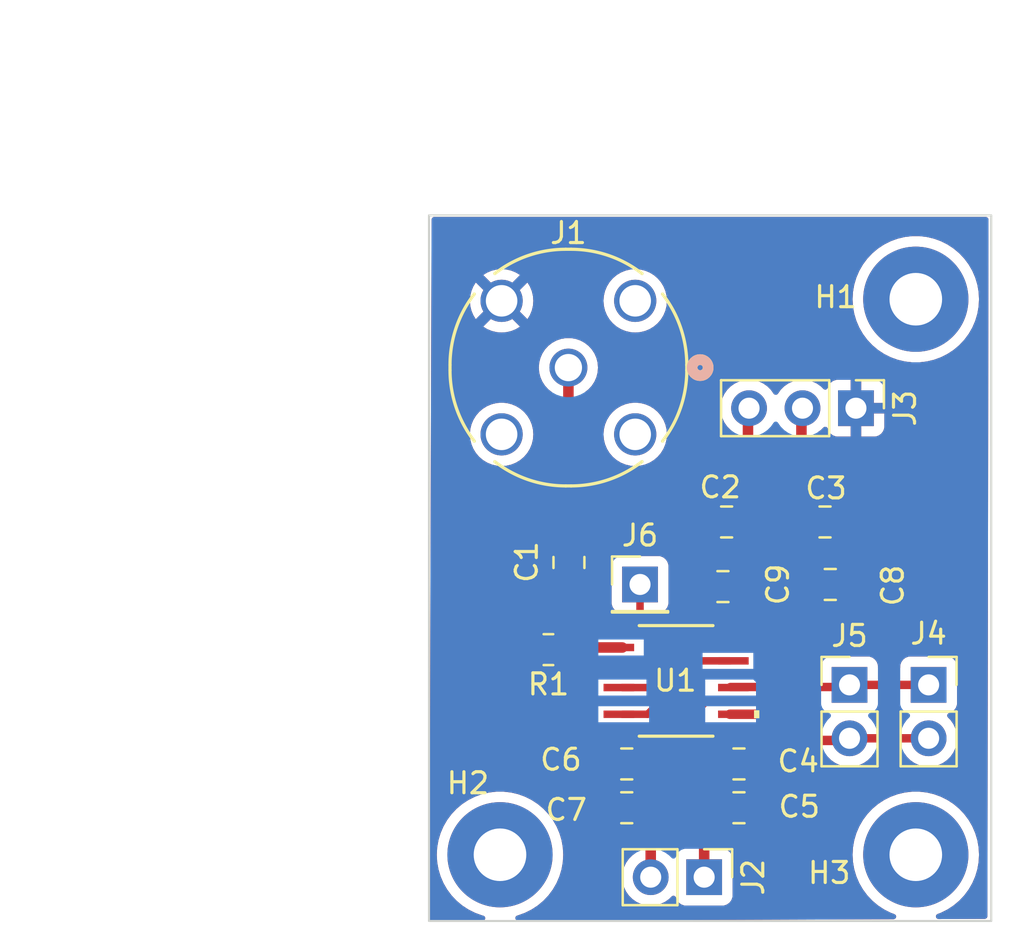
<source format=kicad_pcb>
(kicad_pcb (version 20240108) (generator "pcbnew") (generator_version "8.0")
  (layers (0 "F.Cu" signal) (31 "B.Cu" signal) (34 "B.Paste" user) (35 "F.Paste" user) (36 "B.SilkS" user "B.Silkscreen") (37 "F.SilkS" user "F.Silkscreen") (38 "B.Mask" user) (39 "F.Mask" user) (44 "Edge.Cuts" user))
  (net 0 "")
  (net 1 "Net-(J1-In)")
  (net 2 "Net-(U1-INA+)")
  (net 3 "GND")
  (net 4 "+5V")
  (net 5 "-5V")
  (net 11 "/coil start")
  (net 12 "/coil end")
  (net 13 "Net-(J6-Pin_1)")
  (footprint "MountingHole:MountingHole_2.5mm_Pad" (layer "F.Cu") (at 179.6796 100.0252)
    (property "Reference" "H3" (at -4.1148 0.8636 0) (layer "F.SilkS"))
    (property "Value" "MountingHole")
    (pad "1" thru_hole circle (at 0 0) (size 5 5) (drill 2.5) (layers "*.Cu" "*.Mask"))
  )
  (footprint "Capacitor_SMD:C_0805_2012Metric_Pad1.18x1.45mm_HandSolder" (layer "F.Cu") (at 171.2761 97.79)
    (property "Reference" "C5" (at 2.8663 -0.0508 0) (layer "F.SilkS"))
    (property "Value" "6.8 uF")
    (fp_line (start -0.261252 -0.735) (end 0.261252 -0.735) (stroke (width 0.12)) (layer "F.SilkS"))
    (fp_line (start -0.261252 0.735) (end 0.261252 0.735) (stroke (width 0.12)) (layer "F.SilkS"))
    (pad "1" smd roundrect (at -1.0375 0) (size 1.175 1.45) (layers "F.Cu" "F.Paste" "F.Mask") (roundrect_rratio 0.212766) (net 5 "-5V"))
    (pad "2" smd roundrect (at 1.0375 0) (size 1.175 1.45) (layers "F.Cu" "F.Paste" "F.Mask") (roundrect_rratio 0.212766) (net 3 "GND"))
  )
  (footprint "Capacitor_SMD:C_0805_2012Metric_Pad1.18x1.45mm_HandSolder" (layer "F.Cu") (at 165.9421 95.7072)
    (property "Reference" "C6" (at -3.1281 -0.2032 0) (layer "F.SilkS"))
    (property "Value" "0.1uF")
    (fp_line (start -0.261252 -0.735) (end 0.261252 -0.735) (stroke (width 0.12)) (layer "F.SilkS"))
    (fp_line (start -0.261252 0.735) (end 0.261252 0.735) (stroke (width 0.12)) (layer "F.SilkS"))
    (pad "1" smd roundrect (at -1.0375 0) (size 1.175 1.45) (layers "F.Cu" "F.Paste" "F.Mask") (roundrect_rratio 0.212766) (net 3 "GND"))
    (pad "2" smd roundrect (at 1.0375 0) (size 1.175 1.45) (layers "F.Cu" "F.Paste" "F.Mask") (roundrect_rratio 0.212766) (net 4 "+5V"))
  )
  (footprint "Capacitor_SMD:C_0805_2012Metric_Pad1.18x1.45mm_HandSolder" (layer "F.Cu") (at 163.195 86.1275 -90)
    (property "Reference" "C1" (at -0.0215 2.0066 90) (layer "F.SilkS"))
    (property "Value" "4 nF")
    (fp_line (start -0.261252 0.735) (end 0.261252 0.735) (stroke (width 0.12)) (layer "F.SilkS"))
    (fp_line (start -0.261252 -0.735) (end 0.261252 -0.735) (stroke (width 0.12)) (layer "F.SilkS"))
    (pad "1" smd roundrect (at -1.0375 0 270) (size 1.175 1.45) (layers "F.Cu" "F.Paste" "F.Mask") (roundrect_rratio 0.212766) (net 1 "Net-(J1-In)"))
    (pad "2" smd roundrect (at 1.0375 0 270) (size 1.175 1.45) (layers "F.Cu" "F.Paste" "F.Mask") (roundrect_rratio 0.212766) (net 2 "Net-(U1-INA+)"))
  )
  (footprint "Connector_PinHeader_2.54mm:PinHeader_1x03_P2.54mm_Vertical" (layer "F.Cu") (at 176.8348 78.7908 -90)
    (property "Reference" "J3" (at 0 -2.33 90) (layer "F.SilkS"))
    (property "Value" "Conn_01x03")
    (fp_line (start -1.33 6.41) (end 1.33 6.41) (stroke (width 0.12)) (layer "F.SilkS"))
    (fp_line (start -1.33 1.27) (end -1.33 6.41) (stroke (width 0.12)) (layer "F.SilkS"))
    (fp_line (start -1.33 1.27) (end 1.33 1.27) (stroke (width 0.12)) (layer "F.SilkS"))
    (fp_line (start 1.33 1.27) (end 1.33 6.41) (stroke (width 0.12)) (layer "F.SilkS"))
    (fp_line (start -1.33 0) (end -1.33 -1.33) (stroke (width 0.12)) (layer "F.SilkS"))
    (fp_line (start -1.33 -1.33) (end 0 -1.33) (stroke (width 0.12)) (layer "F.SilkS"))
    (pad "1" thru_hole rect (at 0 0 270) (size 1.7 1.7) (drill 1) (layers "*.Cu" "*.Mask") (net 3 "GND"))
    (pad "2" thru_hole oval (at 0 2.54 270) (size 1.7 1.7) (drill 1) (layers "*.Cu" "*.Mask") (net 5 "-5V"))
    (pad "3" thru_hole oval (at 0 5.08 270) (size 1.7 1.7) (drill 1) (layers "*.Cu" "*.Mask") (net 4 "+5V"))
  )
  (footprint "Connector_PinHeader_2.54mm:PinHeader_1x02_P2.54mm_Vertical" (layer "F.Cu") (at 176.53 91.948)
    (property "Reference" "J5" (at 0 -2.33 0) (layer "F.SilkS"))
    (property "Value" "Conn_01x02")
    (fp_line (start -1.33 -1.33) (end 0 -1.33) (stroke (width 0.12)) (layer "F.SilkS"))
    (fp_line (start -1.33 0) (end -1.33 -1.33) (stroke (width 0.12)) (layer "F.SilkS"))
    (fp_line (start -1.33 1.27) (end -1.33 3.87) (stroke (width 0.12)) (layer "F.SilkS"))
    (fp_line (start -1.33 1.27) (end 1.33 1.27) (stroke (width 0.12)) (layer "F.SilkS"))
    (fp_line (start -1.33 3.87) (end 1.33 3.87) (stroke (width 0.12)) (layer "F.SilkS"))
    (fp_line (start 1.33 1.27) (end 1.33 3.87) (stroke (width 0.12)) (layer "F.SilkS"))
    (pad "1" thru_hole rect (at 0 0) (size 1.7 1.7) (drill 1) (layers "*.Cu" "*.Mask") (net 11 "/coil start"))
    (pad "2" thru_hole oval (at 0 2.54) (size 1.7 1.7) (drill 1) (layers "*.Cu" "*.Mask") (net 12 "/coil end"))
  )
  (footprint "Connector_PinHeader_2.54mm:PinHeader_1x02_P2.54mm_Vertical" (layer "F.Cu") (at 169.6212 101.092 -90)
    (property "Reference" "J2" (at 0 -2.33 90) (layer "F.SilkS"))
    (property "Value" "Conn_01x02")
    (fp_line (start -1.33 3.87) (end 1.33 3.87) (stroke (width 0.12)) (layer "F.SilkS"))
    (fp_line (start -1.33 1.27) (end -1.33 3.87) (stroke (width 0.12)) (layer "F.SilkS"))
    (fp_line (start -1.33 1.27) (end 1.33 1.27) (stroke (width 0.12)) (layer "F.SilkS"))
    (fp_line (start 1.33 1.27) (end 1.33 3.87) (stroke (width 0.12)) (layer "F.SilkS"))
    (fp_line (start -1.33 0) (end -1.33 -1.33) (stroke (width 0.12)) (layer "F.SilkS"))
    (fp_line (start -1.33 -1.33) (end 0 -1.33) (stroke (width 0.12)) (layer "F.SilkS"))
    (pad "1" thru_hole rect (at 0 0 270) (size 1.7 1.7) (drill 1) (layers "*.Cu" "*.Mask") (net 5 "-5V"))
    (pad "2" thru_hole oval (at 0 2.54 270) (size 1.7 1.7) (drill 1) (layers "*.Cu" "*.Mask") (net 4 "+5V"))
  )
  (footprint "Capacitor_SMD:C_0805_2012Metric_Pad1.18x1.45mm_HandSolder" (layer "F.Cu") (at 165.9421 97.79 180)
    (property "Reference" "C7" (at 2.8741 -0.1016 0) (layer "F.SilkS"))
    (property "Value" "6.8 uF")
    (fp_line (start -0.261252 0.735) (end 0.261252 0.735) (stroke (width 0.12)) (layer "F.SilkS"))
    (fp_line (start -0.261252 -0.735) (end 0.261252 -0.735) (stroke (width 0.12)) (layer "F.SilkS"))
    (pad "1" smd roundrect (at -1.0375 0 180) (size 1.175 1.45) (layers "F.Cu" "F.Paste" "F.Mask") (roundrect_rratio 0.212766) (net 4 "+5V"))
    (pad "2" smd roundrect (at 1.0375 0 180) (size 1.175 1.45) (layers "F.Cu" "F.Paste" "F.Mask") (roundrect_rratio 0.212766) (net 3 "GND"))
  )
  (footprint "Opa3962:DBQ16" (layer "F.Cu") (at 168.2877 91.7575)
    (property "Reference" "U1" (at -0.0381 -0.0127 0) (layer "F.SilkS"))
    (property "Value" "OPA3692IDBQT")
    (fp_line (start -1.752497 2.6289) (end 1.752497 2.6289) (stroke (width 0.1524)) (layer "F.SilkS"))
    (fp_line (start 1.752497 -2.6289) (end -1.752497 -2.6289) (stroke (width 0.1524)) (layer "F.SilkS"))
    (fp_poly (pts (xy 3.956799 1.397) (xy 3.956799 1.778) (xy 3.702799 1.778) (xy 3.702799 1.397)) (fill solid) (layer "F.SilkS"))
    (pad "1" smd rect (at -2.721348 -2.2225) (size 1.454899 0.3548) (layers "F.Cu" "F.Paste" "F.Mask"))
    (pad "2" smd rect (at -2.721348 -1.5875) (size 1.454899 0.3548) (layers "F.Cu" "F.Paste" "F.Mask") (net 2 "Net-(U1-INA+)"))
    (pad "3" smd rect (at -2.721348 -0.9525) (size 1.454899 0.3548) (layers "F.Cu" "F.Paste" "F.Mask"))
    (pad "4" smd rect (at -2.721348 -0.3175) (size 1.454899 0.3548) (layers "F.Cu" "F.Paste" "F.Mask"))
    (pad "5" smd rect (at -2.721348 0.3175) (size 1.454899 0.3548) (layers "F.Cu" "F.Paste" "F.Mask") (net 13 "Net-(J6-Pin_1)"))
    (pad "6" smd rect (at -2.721348 0.9525) (size 1.454899 0.3548) (layers "F.Cu" "F.Paste" "F.Mask"))
    (pad "7" smd rect (at -2.721348 1.5875) (size 1.454899 0.3548) (layers "F.Cu" "F.Paste" "F.Mask") (net 13 "Net-(J6-Pin_1)"))
    (pad "8" smd rect (at -2.721348 2.2225) (size 1.454899 0.3548) (layers "F.Cu" "F.Paste" "F.Mask") (net 3 "GND"))
    (pad "9" smd rect (at 2.721348 2.2225) (size 1.454899 0.3548) (layers "F.Cu" "F.Paste" "F.Mask") (net 5 "-5V"))
    (pad "10" smd rect (at 2.721348 1.5875) (size 1.454899 0.3548) (layers "F.Cu" "F.Paste" "F.Mask") (net 12 "/coil end"))
    (pad "11" smd rect (at 2.721348 0.9525) (size 1.454899 0.3548) (layers "F.Cu" "F.Paste" "F.Mask") (net 4 "+5V"))
    (pad "12" smd rect (at 2.721348 0.3175) (size 1.454899 0.3548) (layers "F.Cu" "F.Paste" "F.Mask") (net 11 "/coil start"))
    (pad "13" smd rect (at 2.721348 -0.3175) (size 1.454899 0.3548) (layers "F.Cu" "F.Paste" "F.Mask") (net 5 "-5V"))
    (pad "14" smd rect (at 2.721348 -0.9525) (size 1.454899 0.3548) (layers "F.Cu" "F.Paste" "F.Mask") (net 13 "Net-(J6-Pin_1)"))
    (pad "15" smd rect (at 2.721348 -1.5875) (size 1.454899 0.3548) (layers "F.Cu" "F.Paste" "F.Mask") (net 4 "+5V"))
    (pad "16" smd rect (at 2.721348 -2.2225) (size 1.454899 0.3548) (layers "F.Cu" "F.Paste" "F.Mask"))
  )
  (footprint "Amphenol 112404:CONN_112404_AMP" (layer "F.Cu") (at 163.1696 76.8604)
    (property "Reference" "J1" (at 0 -6.4008 0) (layer "F.SilkS"))
    (property "Value" "Conn_Coaxial")
    (fp_circle (center 6.2611 0) (end 6.6421 0) (stroke (width 0.508)) (fill none) (layer "B.SilkS"))
    (fp_line (start -5.6261 -0.127) (end -5.6261 0.127) (stroke (width 0.1524)) (layer "F.SilkS"))
    (fp_line (start -0.127 5.6261) (end 0.127 5.6261) (stroke (width 0.1524)) (layer "F.SilkS"))
    (fp_line (start 0.127 -5.6261) (end -0.127 -5.6261) (stroke (width 0.1524)) (layer "F.SilkS"))
    (fp_line (start 5.6261 0.127) (end 5.6261 -0.127) (stroke (width 0.1524)) (layer "F.SilkS"))
    (fp_arc (start -5.6261 -0.126996) (mid -5.329389 -1.908925) (end -4.47127 -3.49856) (stroke (width 0.1524)) (layer "F.SilkS"))
    (fp_arc (start -4.471268 3.498563) (mid -5.329387 1.908928) (end -5.6261 0.127) (stroke (width 0.1524)) (layer "F.SilkS"))
    (fp_arc (start -3.498563 -4.471268) (mid -1.908928 -5.329387) (end -0.127 -5.6261) (stroke (width 0.1524)) (layer "F.SilkS"))
    (fp_arc (start -0.126996 5.6261) (mid -1.908925 5.329389) (end -3.49856 4.47127) (stroke (width 0.1524)) (layer "F.SilkS"))
    (fp_arc (start 0.127 -5.6261) (mid 1.908928 -5.329387) (end 3.498563 -4.471268) (stroke (width 0.1524)) (layer "F.SilkS"))
    (fp_arc (start 3.498563 4.471268) (mid 1.908928 5.329387) (end 0.127 5.6261) (stroke (width 0.1524)) (layer "F.SilkS"))
    (fp_arc (start 4.471268 -3.498563) (mid 5.329387 -1.908928) (end 5.6261 -0.127) (stroke (width 0.1524)) (layer "F.SilkS"))
    (fp_arc (start 5.6261 0.127) (mid 5.329388 1.908926) (end 4.471271 3.498559) (stroke (width 0.1524)) (layer "F.SilkS"))
    (fp_circle (center 6.2611 0) (end 6.6421 0) (stroke (width 0.508)) (fill none) (layer "F.SilkS"))
    (pad "1" thru_hole circle (at 0 0) (size 1.8034 1.8034) (drill 1.2954) (layers "*.Cu" "*.Mask") (net 1 "Net-(J1-In)"))
    (pad "2" thru_hole circle (at -3.175 -3.175) (size 2.0066 2.0066) (drill 1.4986) (layers "*.Cu" "*.Mask") (net 3 "GND"))
    (pad "3" thru_hole circle (at 3.175 -3.175) (size 2.0066 2.0066) (drill 1.4986) (layers "*.Cu" "*.Mask"))
    (pad "4" thru_hole circle (at -3.175 3.175) (size 2.0066 2.0066) (drill 1.4986) (layers "*.Cu" "*.Mask"))
    (pad "5" thru_hole circle (at 3.175 3.175) (size 2.0066 2.0066) (drill 1.4986) (layers "*.Cu" "*.Mask"))
  )
  (footprint "Capacitor_SMD:C_0805_2012Metric_Pad1.18x1.45mm_HandSolder" (layer "F.Cu") (at 171.2761 95.7072 180)
    (property "Reference" "C4" (at -2.8155 0.127 0) (layer "F.SilkS"))
    (property "Value" "0.1uF")
    (fp_line (start -0.261252 0.735) (end 0.261252 0.735) (stroke (width 0.12)) (layer "F.SilkS"))
    (fp_line (start -0.261252 -0.735) (end 0.261252 -0.735) (stroke (width 0.12)) (layer "F.SilkS"))
    (pad "1" smd roundrect (at -1.0375 0 180) (size 1.175 1.45) (layers "F.Cu" "F.Paste" "F.Mask") (roundrect_rratio 0.212766) (net 3 "GND"))
    (pad "2" smd roundrect (at 1.0375 0 180) (size 1.175 1.45) (layers "F.Cu" "F.Paste" "F.Mask") (roundrect_rratio 0.212766) (net 5 "-5V"))
  )
  (footprint "Capacitor_SMD:C_0805_2012Metric_Pad1.18x1.45mm_HandSolder" (layer "F.Cu") (at 170.5141 87.2744)
    (property "Reference" "C9" (at 2.6123 -0.1016 90) (layer "F.SilkS"))
    (property "Value" "0.1 uF")
    (fp_line (start -0.261252 -0.735) (end 0.261252 -0.735) (stroke (width 0.12)) (layer "F.SilkS"))
    (fp_line (start -0.261252 0.735) (end 0.261252 0.735) (stroke (width 0.12)) (layer "F.SilkS"))
    (pad "1" smd roundrect (at -1.0375 0) (size 1.175 1.45) (layers "F.Cu" "F.Paste" "F.Mask") (roundrect_rratio 0.212766) (net 3 "GND"))
    (pad "2" smd roundrect (at 1.0375 0) (size 1.175 1.45) (layers "F.Cu" "F.Paste" "F.Mask") (roundrect_rratio 0.212766) (net 4 "+5V"))
  )
  (footprint "Connector_PinHeader_2.54mm:PinHeader_1x01_P2.54mm_Vertical" (layer "F.Cu") (at 166.5732 87.1728)
    (property "Reference" "J6" (at 0 -2.33 0) (layer "F.SilkS"))
    (property "Value" "Conn_01x01")
    (fp_line (start -1.33 -1.33) (end 0 -1.33) (stroke (width 0.12)) (layer "F.SilkS"))
    (fp_line (start -1.33 0) (end -1.33 -1.33) (stroke (width 0.12)) (layer "F.SilkS"))
    (fp_line (start -1.33 1.27) (end -1.33 1.33) (stroke (width 0.12)) (layer "F.SilkS"))
    (fp_line (start -1.33 1.27) (end 1.33 1.27) (stroke (width 0.12)) (layer "F.SilkS"))
    (fp_line (start -1.33 1.33) (end 1.33 1.33) (stroke (width 0.12)) (layer "F.SilkS"))
    (fp_line (start 1.33 1.27) (end 1.33 1.33) (stroke (width 0.12)) (layer "F.SilkS"))
    (pad "1" thru_hole rect (at 0 0) (size 1.7 1.7) (drill 1) (layers "*.Cu" "*.Mask") (net 13 "Net-(J6-Pin_1)"))
  )
  (footprint "Capacitor_SMD:C_0805_2012Metric_Pad1.18x1.45mm_HandSolder" (layer "F.Cu") (at 175.3655 84.201 180)
    (property "Reference" "C3" (at -0.0469 1.6002 0) (layer "F.SilkS"))
    (property "Value" "6.8 uF")
    (fp_line (start -0.261252 0.735) (end 0.261252 0.735) (stroke (width 0.12)) (layer "F.SilkS"))
    (fp_line (start -0.261252 -0.735) (end 0.261252 -0.735) (stroke (width 0.12)) (layer "F.SilkS"))
    (pad "1" smd roundrect (at -1.0375 0 180) (size 1.175 1.45) (layers "F.Cu" "F.Paste" "F.Mask") (roundrect_rratio 0.212766) (net 3 "GND"))
    (pad "2" smd roundrect (at 1.0375 0 180) (size 1.175 1.45) (layers "F.Cu" "F.Paste" "F.Mask") (roundrect_rratio 0.212766) (net 5 "-5V"))
  )
  (footprint "Capacitor_SMD:C_0805_2012Metric_Pad1.18x1.45mm_HandSolder" (layer "F.Cu") (at 175.6156 87.1728 180)
    (property "Reference" "C8" (at -2.9679 -0.0508 -90) (layer "F.SilkS"))
    (property "Value" "0.1uF")
    (fp_line (start -0.261252 0.735) (end 0.261252 0.735) (stroke (width 0.12)) (layer "F.SilkS"))
    (fp_line (start -0.261252 -0.735) (end 0.261252 -0.735) (stroke (width 0.12)) (layer "F.SilkS"))
    (pad "1" smd roundrect (at -1.0375 0 180) (size 1.175 1.45) (layers "F.Cu" "F.Paste" "F.Mask") (roundrect_rratio 0.212766) (net 3 "GND"))
    (pad "2" smd roundrect (at 1.0375 0 180) (size 1.175 1.45) (layers "F.Cu" "F.Paste" "F.Mask") (roundrect_rratio 0.212766) (net 5 "-5V"))
  )
  (footprint "Resistor_SMD:R_0805_2012Metric_Pad1.20x1.40mm_HandSolder" (layer "F.Cu") (at 162.2204 90.2716 180)
    (property "Reference" "R1" (at 0 -1.65 0) (layer "F.SilkS"))
    (property "Value" "50 Ohm")
    (fp_line (start -0.227064 0.735) (end 0.227064 0.735) (stroke (width 0.12)) (layer "F.SilkS"))
    (fp_line (start -0.227064 -0.735) (end 0.227064 -0.735) (stroke (width 0.12)) (layer "F.SilkS"))
    (pad "1" smd roundrect (at -1 0 180) (size 1.2 1.4) (layers "F.Cu" "F.Paste" "F.Mask") (roundrect_rratio 0.208333) (net 2 "Net-(U1-INA+)"))
    (pad "2" smd roundrect (at 1 0 180) (size 1.2 1.4) (layers "F.Cu" "F.Paste" "F.Mask") (roundrect_rratio 0.208333) (net 3 "GND"))
  )
  (footprint "Connector_PinSocket_2.54mm:PinSocket_1x02_P2.54mm_Vertical" (layer "F.Cu") (at 180.2892 91.948)
    (property "Reference" "J4" (at 0 -2.4384 0) (layer "F.SilkS"))
    (property "Value" "Conn_01x02_Socket")
    (fp_line (start -1.33 1.27) (end -1.33 3.87) (stroke (width 0.12)) (layer "F.SilkS"))
    (fp_line (start -1.33 1.27) (end 1.33 1.27) (stroke (width 0.12)) (layer "F.SilkS"))
    (fp_line (start -1.33 3.87) (end 1.33 3.87) (stroke (width 0.12)) (layer "F.SilkS"))
    (fp_line (start 0 -1.33) (end 1.33 -1.33) (stroke (width 0.12)) (layer "F.SilkS"))
    (fp_line (start 1.33 -1.33) (end 1.33 0) (stroke (width 0.12)) (layer "F.SilkS"))
    (fp_line (start 1.33 1.27) (end 1.33 3.87) (stroke (width 0.12)) (layer "F.SilkS"))
    (pad "1" thru_hole rect (at 0 0) (size 1.7 1.7) (drill 1) (layers "*.Cu" "*.Mask") (net 11 "/coil start"))
    (pad "2" thru_hole oval (at 0 2.54) (size 1.7 1.7) (drill 1) (layers "*.Cu" "*.Mask") (net 12 "/coil end"))
  )
  (footprint "MountingHole:MountingHole_2.5mm_Pad" (layer "F.Cu") (at 159.9184 100.0252)
    (property "Reference" "H2" (at -1.524 -3.4036 0) (layer "F.SilkS"))
    (property "Value" "MountingHole")
    (pad "1" thru_hole circle (at 0 0) (size 5 5) (drill 2.5) (layers "*.Cu" "*.Mask"))
  )
  (footprint "MountingHole:MountingHole_2.5mm_Pad" (layer "F.Cu") (at 179.6796 73.6092)
    (property "Reference" "H1" (at -3.81 -0.1016 0) (layer "F.SilkS"))
    (property "Value" "MountingHole")
    (pad "1" thru_hole circle (at 0 0) (size 5 5) (drill 2.5) (layers "*.Cu" "*.Mask"))
  )
  (footprint "Capacitor_SMD:C_0805_2012Metric_Pad1.18x1.45mm_HandSolder" (layer "F.Cu") (at 170.688 84.201)
    (property "Reference" "C2" (at -0.3048 -1.651 0) (layer "F.SilkS"))
    (property "Value" "6.8 uF")
    (fp_line (start -0.261252 -0.735) (end 0.261252 -0.735) (stroke (width 0.12)) (layer "F.SilkS"))
    (fp_line (start -0.261252 0.735) (end 0.261252 0.735) (stroke (width 0.12)) (layer "F.SilkS"))
    (pad "1" smd roundrect (at -1.0375 0) (size 1.175 1.45) (layers "F.Cu" "F.Paste" "F.Mask") (roundrect_rratio 0.212766) (net 3 "GND"))
    (pad "2" smd roundrect (at 1.0375 0) (size 1.175 1.45) (layers "F.Cu" "F.Paste" "F.Mask") (roundrect_rratio 0.212766) (net 4 "+5V"))
  )
  (gr_rect (start 156.5441 69.6214) (end 183.2649 103.1748) (stroke (width 0.1)) (fill none) (layer "Edge.Cuts"))
  (segment (start 163.1696 85.0646) (end 163.1696 76.8604) (width 0.5) (layer "F.Cu") (net 1))
  (segment (start 163.195 85.09) (end 163.1696 85.0646) (width 0.25) (layer "F.Cu") (net 1))
  (segment (start 165.735 90.17) (end 163.322 90.17) (width 0.5) (layer "F.Cu") (net 2))
  (segment (start 163.322 90.17) (end 163.2204 90.2716) (width 0.25) (layer "F.Cu") (net 2))
  (segment (start 163.2204 90.2716) (end 163.2204 87.1904) (width 0.5) (layer "F.Cu") (net 2))
  (segment (start 163.2204 87.1904) (end 163.195 87.165) (width 0.25) (layer "F.Cu") (net 2))
  (segment (start 165.566352 93.98) (end 164.1856 93.98) (width 0.4) (layer "F.Cu") (net 3))
  (segment (start 166.9796 95.4763) (end 169.7459 92.71) (width 0.3556) (layer "F.Cu") (net 4))
  (segment (start 171.704 84.1795) (end 171.704 78.867) (width 0.5) (layer "F.Cu") (net 4))
  (segment (start 169.7459 92.71) (end 170.8404 92.71) (width 0.3556) (layer "F.Cu") (net 4))
  (segment (start 166.878 95.8088) (end 166.9796 95.7072) (width 0.25) (layer "F.Cu") (net 4))
  (segment (start 171.7255 84.201) (end 171.704 84.1795) (width 0.5) (layer "F.Cu") (net 4))
  (segment (start 172.466 90.17) (end 172.847 89.789) (width 0.3556) (layer "F.Cu") (net 4))
  (segment (start 170.8404 90.17) (end 172.466 90.17) (width 0.3556) (layer "F.Cu") (net 4))
  (segment (start 167.0812 101.092) (end 167.0812 97.9424) (width 0.5) (layer "F.Cu") (net 4))
  (segment (start 166.9796 95.7072) (end 166.9796 95.4763) (width 0.3556) (layer "F.Cu") (net 4))
  (segment (start 166.878 97.7392) (end 166.878 95.8088) (width 0.5) (layer "F.Cu") (net 4))
  (segment (start 172.847 88.349) (end 171.747 87.249) (width 0.3556) (layer "F.Cu") (net 4))
  (segment (start 171.7255 84.201) (end 171.7255 87.2275) (width 0.5) (layer "F.Cu") (net 4))
  (segment (start 172.847 89.789) (end 172.847 88.349) (width 0.3556) (layer "F.Cu") (net 4))
  (segment (start 174.244 84.117) (end 174.328 84.201) (width 0.5) (layer "F.Cu") (net 5))
  (segment (start 169.6212 101.092) (end 169.6212 98.4074) (width 0.5) (layer "F.Cu") (net 5))
  (segment (start 170.8404 91.44) (end 173.228 91.44) (width 0.3556) (layer "F.Cu") (net 5))
  (segment (start 169.6212 98.4074) (end 170.2386 97.79) (width 0.5) (layer "F.Cu") (net 5))
  (segment (start 170.2386 95.6564) (end 170.2386 94.5818) (width 0.3356) (layer "F.Cu") (net 5))
  (segment (start 170.2386 94.5818) (end 170.8404 93.98) (width 0.3356) (layer "F.Cu") (net 5))
  (segment (start 174.328 90.34) (end 174.328 87.249) (width 0.3556) (layer "F.Cu") (net 5))
  (segment (start 174.328 84.201) (end 174.328 87.249) (width 0.5) (layer "F.Cu") (net 5))
  (segment (start 173.228 91.44) (end 174.328 90.34) (width 0.3556) (layer "F.Cu") (net 5))
  (segment (start 170.8404 93.98) (end 171.009048 93.98) (width 0.3356) (layer "F.Cu") (net 5))
  (segment (start 174.244 78.867) (end 174.244 84.117) (width 0.5) (layer "F.Cu") (net 5))
  (segment (start 170.2386 97.79) (end 170.2386 95.6564) (width 0.5) (layer "F.Cu") (net 5))
  (segment (start 176.6316 92.0496) (end 170.8658 92.0496) (width 0.4) (layer "F.Cu") (net 11))
  (segment (start 176.53 91.948) (end 180.2892 91.948) (width 0.4) (layer "F.Cu") (net 11))
  (segment (start 173.2534 93.345) (end 174.498 94.5896) (width 0.45) (layer "F.Cu") (net 12))
  (segment (start 174.498 94.5896) (end 176.6316 94.5896) (width 0.45) (layer "F.Cu") (net 12))
  (segment (start 176.53 94.488) (end 180.2892 94.488) (width 0.4) (layer "F.Cu") (net 12))
  (segment (start 170.8404 93.345) (end 173.2534 93.345) (width 0.45) (layer "F.Cu") (net 12))
  (segment (start 170.8404 90.805) (end 168.91 90.805) (width 0.3556) (layer "F.Cu") (net 13))
  (segment (start 168.91 90.805) (end 167.64 92.075) (width 0.3556) (layer "F.Cu") (net 13))
  (segment (start 168.91 90.805) (end 166.5732 88.4682) (width 0.3556) (layer "F.Cu") (net 13))
  (segment (start 166.5732 88.4682) (end 166.5732 87.1728) (width 0.3556) (layer "F.Cu") (net 13))
  (segment (start 167.64 92.075) (end 167.64 92.6401) (width 0.3556) (layer "F.Cu") (net 13))
  (segment (start 167.64 92.6401) (end 166.9351 93.345) (width 0.3556) (layer "F.Cu") (net 13))
  (segment (start 166.9351 93.345) (end 165.735 93.345) (width 0.3556) (layer "F.Cu") (net 13))
  (segment (start 167.64 92.075) (end 165.735 92.075) (width 0.3556) (layer "F.Cu") (net 13))
  (zone (net 0) (net_name "") (layers "F&B.Cu") (connect_pads (clearance 0)) (min_thickness 0.25)
    (keepout (tracks allowed) (vias allowed) (pads allowed) (copperpour not_allowed) (footprints allowed))
    (fill (thermal_gap 0.5) (thermal_bridge_width 0.5))
    (polygon (pts (xy 169.672 91.694) (xy 171.958 91.694) (xy 172.085 91.821) (xy 172.085 92.456) (xy 169.672 92.456)))
  )
  (zone (net 0) (net_name "") (layers "F&B.Cu") (connect_pads (clearance 0)) (min_thickness 0.25)
    (keepout (tracks allowed) (vias allowed) (pads allowed) (copperpour not_allowed) (footprints allowed))
    (fill (thermal_gap 0.5) (thermal_bridge_width 0.5))
    (polygon (pts (xy 172.085 92.964) (xy 169.672 92.964) (xy 169.672 93.726) (xy 172.085 93.726)))
  )
  (zone (net 0) (net_name "") (layers "F&B.Cu") (connect_pads (clearance 0)) (min_thickness 0.25)
    (keepout (tracks allowed) (vias allowed) (pads allowed) (copperpour not_allowed) (footprints allowed))
    (fill (thermal_gap 0.5) (thermal_bridge_width 0.5))
    (polygon (pts (xy 169.545 90.424) (xy 169.545 91.186) (xy 171.958 91.186) (xy 171.958 90.424)))
  )
  (zone (net 0) (net_name "") (layers "F&B.Cu") (connect_pads (clearance 0)) (min_thickness 0.25)
    (keepout (tracks allowed) (vias allowed) (pads allowed) (copperpour not_allowed) (footprints allowed))
    (fill (thermal_gap 0.5) (thermal_bridge_width 0.5))
    (polygon (pts (xy 164.592 92.964) (xy 167.005 92.964) (xy 167.005 93.726) (xy 164.592 93.726)))
  )
  (zone (net 0) (net_name "") (layers "F&B.Cu") (connect_pads (clearance 0)) (min_thickness 0.25)
    (keepout (tracks allowed) (vias allowed) (pads allowed) (copperpour not_allowed) (footprints allowed))
    (fill (thermal_gap 0.5) (thermal_bridge_width 0.5))
    (polygon (pts (xy 164.592 89.789) (xy 166.751 89.789) (xy 166.751 90.551) (xy 164.592 90.551)))
  )
  (zone (net 3) (net_name "GND") (layers "F&B.Cu") (connect_pads (clearance 0.5)) (min_thickness 0.25) (fill yes (thermal_gap 0.5) (thermal_bridge_width 0.5))
    (polygon (pts (xy 156.6672 69.6976) (xy 156.5656 103.1748) (xy 183.0832 103.0732) (xy 183.134 69.6976)))
  )
  (zone (net 0) (net_name "") (layers "F&B.Cu") (connect_pads (clearance 0)) (min_thickness 0.25)
    (keepout (tracks allowed) (vias allowed) (pads allowed) (copperpour not_allowed) (footprints allowed))
    (fill (thermal_gap 0.5) (thermal_bridge_width 0.5))
    (polygon (pts (xy 166.878 91.694) (xy 164.592 91.694) (xy 164.592 92.456) (xy 166.878 92.456)))
  )
)
</source>
